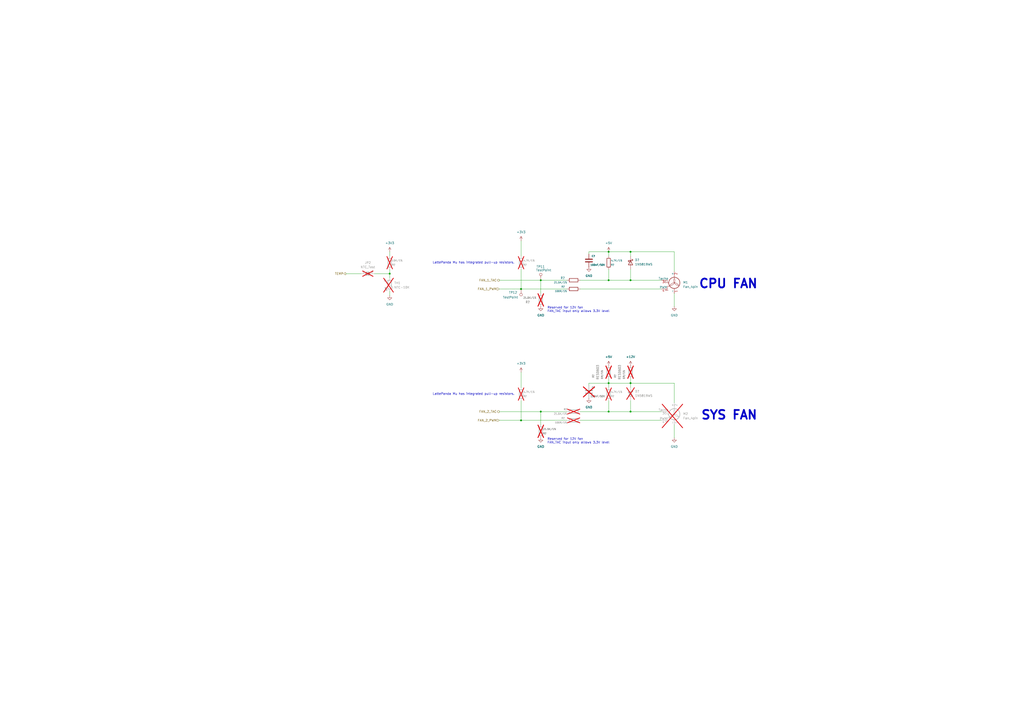
<source format=kicad_sch>
(kicad_sch (version 20231120) (generator "eeschema") (generator_version "8.0")
  (paper "A2")
  (title_block (title "Primer Carrier for LattePanda Mu") (date "2024-03-13") (rev "V1.0.0") (company "DFRobot"))
  (lib_symbols
    (symbol "Connector:TestPoint" (pin_numbers hide) (pin_names (offset 0.762) hide)
      (property "Reference" "TP" (at 0 6.858 0))
      (property "Value" "TestPoint" (at 0 5.08 0))
      (symbol "TestPoint_0_1"
        (circle (center 0 3.302) (radius 0.762))
      )
      (symbol "TestPoint_1_1"
        (pin passive line (at 0 0 90) (length 2.54) (name "1") (number "1"))
      )
    )
    (symbol "Device:C" (pin_numbers hide) (pin_names (offset 0.254))
      (property "Reference" "C" (at 0.635 2.54 0))
      (property "Value" "C" (at 0.635 -2.54 0))
      (symbol "C_0_1"
        (polyline (pts (xy -2.032 -0.762) (xy 2.032 -0.762)) (stroke (width 0.508)))
        (polyline (pts (xy -2.032 0.762) (xy 2.032 0.762)) (stroke (width 0.508)))
      )
      (symbol "C_1_1"
        (pin passive line (at 0 3.81 270) (length 2.794) (name "~") (number "1"))
        (pin passive line (at 0 -3.81 90) (length 2.794) (name "~") (number "2"))
      )
    )
    (symbol "Device:R" (pin_numbers hide) (pin_names (offset 0))
      (property "Reference" "R" (at 2.032 0 90))
      (property "Value" "R" (at 0 0 90))
      (symbol "R_0_1"
        (rectangle (start -1.016 -2.54) (end 1.016 2.54) (stroke (width 0.254)))
      )
      (symbol "R_1_1"
        (pin passive line (at 0 3.81 270) (length 1.27) (name "~") (number "1"))
        (pin passive line (at 0 -3.81 90) (length 1.27) (name "~") (number "2"))
      )
    )
    (symbol "Device:Thermistor_NTC" (pin_numbers hide) (pin_names (offset 0))
      (property "Reference" "TH" (at -4.445 0 90))
      (property "Value" "Thermistor_NTC" (at 3.175 0 90))
      (symbol "Thermistor_NTC_0_1"
        (arc (start -3.048 2.159) (mid -3.0495 2.3143) (end -3.175 2.413))
        (arc (start -3.048 2.159) (mid -2.9736 1.9794) (end -2.794 1.905))
        (arc (start -3.048 2.794) (mid -2.9736 2.6144) (end -2.794 2.54))
        (arc (start -2.794 1.905) (mid -2.6144 1.9794) (end -2.54 2.159))
        (arc (start -2.794 2.54) (mid -2.4393 2.5587) (end -2.159 2.794))
        (arc (start -2.794 3.048) (mid -2.9736 2.9736) (end -3.048 2.794))
        (arc (start -2.54 2.794) (mid -2.6144 2.9736) (end -2.794 3.048))
        (rectangle (start -1.016 2.54) (end 1.016 -2.54) (stroke (width 0.254)))
        (polyline (pts (xy -2.54 2.159) (xy -2.54 2.794)))
        (polyline (pts (xy -1.778 2.54) (xy -1.778 1.524) (xy 1.778 -1.524) (xy 1.778 -2.54)))
        (polyline (pts (xy -2.54 -3.683) (xy -2.54 -1.397) (xy -2.794 -2.159) (xy -2.286 -2.159) (xy -2.54 -1.397) (xy -2.54 -1.651)) (fill (type outline)))
        (polyline (pts (xy -1.778 -1.397) (xy -1.778 -3.683) (xy -2.032 -2.921) (xy -1.524 -2.921) (xy -1.778 -3.683) (xy -1.778 -3.429)) (fill (type outline)))
      )
      (symbol "Thermistor_NTC_1_1"
        (pin passive line (at 0 3.81 270) (length 1.27) (name "~") (number "1"))
        (pin passive line (at 0 -3.81 90) (length 1.27) (name "~") (number "2"))
      )
    )
    (symbol "Diode:1N5819WS" (pin_numbers hide) (pin_names (offset 1.016) hide)
      (property "Reference" "D" (at 0 2.54 0))
      (property "Value" "1N5819WS" (at 0 -2.54 0))
      (symbol "1N5819WS_0_1"
        (polyline (pts (xy 1.27 0) (xy -1.27 0)))
        (polyline (pts (xy 1.27 1.27) (xy 1.27 -1.27) (xy -1.27 0) (xy 1.27 1.27)) (stroke (width 0.254)))
        (polyline (pts (xy -1.905 0.635) (xy -1.905 1.27) (xy -1.27 1.27) (xy -1.27 -1.27) (xy -0.635 -1.27) (xy -0.635 -0.635)) (stroke (width 0.254)))
      )
      (symbol "1N5819WS_1_1"
        (pin passive line (at -3.81 0 0) (length 2.54) (name "K") (number "1"))
        (pin passive line (at 3.81 0 180) (length 2.54) (name "A") (number "2"))
      )
    )
    (symbol "Jumper:SolderJumper_2_Open" (pin_names (offset 0) hide)
      (property "Reference" "JP" (at 0 2.032 0))
      (property "Value" "SolderJumper_2_Open" (at 0 -2.54 0))
      (symbol "SolderJumper_2_Open_0_1"
        (arc (start -0.254 1.016) (mid -1.2656 0) (end -0.254 -1.016))
        (arc (start -0.254 1.016) (mid -1.2656 0) (end -0.254 -1.016) (fill (type outline)))
        (polyline (pts (xy -0.254 1.016) (xy -0.254 -1.016)))
        (polyline (pts (xy 0.254 1.016) (xy 0.254 -1.016)))
        (arc (start 0.254 -1.016) (mid 1.2656 0) (end 0.254 1.016))
        (arc (start 0.254 -1.016) (mid 1.2656 0) (end 0.254 1.016) (fill (type outline)))
      )
      (symbol "SolderJumper_2_Open_1_1"
        (pin passive line (at -3.81 0 0) (length 2.54) (name "A") (number "1"))
        (pin passive line (at 3.81 0 180) (length 2.54) (name "B") (number "2"))
      )
    )
    (symbol "Motor:Fan_4pin" (pin_names (offset 0))
      (property "Reference" "M" (at 2.54 5.08 0))
      (property "Value" "Fan_4pin" (at 2.54 -2.54 0))
      (symbol "Fan_4pin_0_0"
        (arc (start -5.588 1.524) (mid -5.08 1.0182) (end -4.572 1.524))
        (arc (start -5.08 2.032) (mid -5.4392 1.8832) (end -5.588 1.524))
        (polyline (pts (xy -5.08 2.032) (xy -5.334 2.159)))
        (polyline (pts (xy -5.08 2.032) (xy -5.207 1.778)))
        (polyline (pts (xy -4.064 2.54) (xy -4.064 1.016) (xy -3.302 1.016)))
      )
      (symbol "Fan_4pin_0_1"
        (arc (start -2.54 -0.508) (mid 0.0028 0.9121) (end 0 3.81))
        (polyline (pts (xy -4.064 2.54) (xy -5.08 2.54)))
        (polyline (pts (xy 0 -5.08) (xy 0 -4.572)))
        (polyline (pts (xy 0 -2.2352) (xy 0 -2.6416)))
        (polyline (pts (xy 0 4.2672) (xy 0 4.6228)))
        (polyline (pts (xy 0 4.572) (xy 0 5.08)))
        (polyline (pts (xy -2.54 -1.016) (xy -4.064 -1.016) (xy -4.064 -2.54) (xy -5.08 -2.54)))
        (polyline (pts (xy -5.334 -3.302) (xy -5.08 -3.302) (xy -5.08 -3.048) (xy -4.826 -3.048) (xy -4.826 -3.302) (xy -4.318 -3.302) (xy -4.318 -3.048) (xy -4.064 -3.048) (xy -4.064 -3.302) (xy -3.556 -3.302)))
        (circle (center 0 1.016) (radius 3.2512) (stroke (width 0.254)))
        (arc (start 0 3.81) (mid 0.053 0.921) (end 2.54 -0.508))
        (arc (start 2.54 -0.508) (mid 0 1.0618) (end -2.54 -0.508))
      )
      (symbol "Fan_4pin_1_1"
        (pin passive line (at 0 -5.08 90) (length 2.54) (name "-") (number "1"))
        (pin passive line (at 0 7.62 270) (length 2.54) (name "+") (number "2"))
        (pin passive line (at -7.62 2.54 0) (length 2.54) (name "Tacho") (number "3"))
        (pin input line (at -7.62 -2.54 0) (length 2.54) (name "PWM") (number "4"))
      )
    )
    (symbol "power:+12V" (power) (pin_numbers hide) (pin_names (offset 0) hide)
      (property "Value" "+12V" (at 0 3.556 0))
      (symbol "+12V_0_1"
        (polyline (pts (xy -0.762 1.27) (xy 0 2.54)))
        (polyline (pts (xy 0 0) (xy 0 2.54)))
        (polyline (pts (xy 0 2.54) (xy 0.762 1.27)))
      )
      (symbol "+12V_1_1"
        (pin power_in line (at 0 0 90) (length 0) (name "~") (number "1"))
      )
    )
    (symbol "power:+3V3" (power) (pin_numbers hide) (pin_names (offset 0) hide)
      (property "Value" "+3V3" (at 0 3.556 0))
      (symbol "+3V3_0_1"
        (polyline (pts (xy -0.762 1.27) (xy 0 2.54)))
        (polyline (pts (xy 0 0) (xy 0 2.54)))
        (polyline (pts (xy 0 2.54) (xy 0.762 1.27)))
      )
      (symbol "+3V3_1_1"
        (pin power_in line (at 0 0 90) (length 0) (name "~") (number "1"))
      )
    )
    (symbol "power:+5V" (power) (pin_numbers hide) (pin_names (offset 0) hide)
      (property "Value" "+5V" (at 0 3.556 0))
      (symbol "+5V_0_1"
        (polyline (pts (xy -0.762 1.27) (xy 0 2.54)))
        (polyline (pts (xy 0 0) (xy 0 2.54)))
        (polyline (pts (xy 0 2.54) (xy 0.762 1.27)))
      )
      (symbol "+5V_1_1"
        (pin power_in line (at 0 0 90) (length 0) (name "~") (number "1"))
      )
    )
    (symbol "power:GND" (power) (pin_numbers hide) (pin_names (offset 0) hide)
      (property "Value" "GND" (at 0 -3.81 0))
      (symbol "GND_0_1"
        (polyline (pts (xy 0 0) (xy 0 -1.27) (xy 1.27 -1.27) (xy 0 -2.54) (xy -1.27 -1.27) (xy 0 -1.27)))
      )
      (symbol "GND_1_1"
        (pin power_in line (at 0 0 270) (length 0) (name "~") (number "1"))
      )
    )
  )
  (junction (at 353.06 238.76))
  (junction (at 353.06 146.05))
  (junction (at 313.69 162.56))
  (junction (at 365.76 146.05))
  (junction (at 365.76 222.25))
  (junction (at 302.26 167.64))
  (junction (at 353.06 222.25))
  (junction (at 302.26 243.84))
  (junction (at 365.76 162.56))
  (junction (at 353.06 162.56))
  (junction (at 226.06 158.75))
  (junction (at 365.76 238.76))
  (junction (at 313.69 238.76))
  (wire (pts (xy 341.63 222.25) (xy 353.06 222.25)))
  (wire (pts (xy 226.06 146.05) (xy 226.06 148.59)))
  (wire (pts (xy 365.76 146.05) (xy 353.06 146.05)))
  (wire (pts (xy 336.55 162.56) (xy 353.06 162.56)))
  (wire (pts (xy 289.56 167.64) (xy 302.26 167.64)))
  (wire (pts (xy 353.06 238.76) (xy 365.76 238.76)))
  (wire (pts (xy 302.26 215.9) (xy 302.26 224.79)))
  (wire (pts (xy 302.26 167.64) (xy 328.93 167.64)))
  (wire (pts (xy 289.56 162.56) (xy 313.69 162.56)))
  (wire (pts (xy 313.69 238.76) (xy 313.69 246.38)))
  (wire (pts (xy 391.16 222.25) (xy 365.76 222.25)))
  (wire (pts (xy 365.76 224.79) (xy 365.76 222.25)))
  (wire (pts (xy 383.54 238.76) (xy 365.76 238.76)))
  (wire (pts (xy 302.26 243.84) (xy 328.93 243.84)))
  (wire (pts (xy 353.06 219.71) (xy 353.06 222.25)))
  (wire (pts (xy 391.16 170.18) (xy 391.16 177.8)))
  (wire (pts (xy 341.63 147.32) (xy 341.63 146.05)))
  (wire (pts (xy 353.06 146.05) (xy 353.06 148.59)))
  (wire (pts (xy 226.06 168.91) (xy 226.06 171.45)))
  (wire (pts (xy 336.55 238.76) (xy 353.06 238.76)))
  (wire (pts (xy 313.69 162.56) (xy 328.93 162.56)))
  (wire (pts (xy 200.66 158.75) (xy 209.55 158.75)))
  (wire (pts (xy 365.76 162.56) (xy 365.76 156.21)))
  (wire (pts (xy 365.76 238.76) (xy 365.76 232.41)))
  (wire (pts (xy 289.56 238.76) (xy 313.69 238.76)))
  (wire (pts (xy 226.06 156.21) (xy 226.06 158.75)))
  (wire (pts (xy 336.55 167.64) (xy 383.54 167.64)))
  (wire (pts (xy 365.76 222.25) (xy 353.06 222.25)))
  (wire (pts (xy 353.06 222.25) (xy 353.06 224.79)))
  (wire (pts (xy 313.69 162.56) (xy 313.69 170.18)))
  (wire (pts (xy 391.16 246.38) (xy 391.16 254)))
  (wire (pts (xy 341.63 223.52) (xy 341.63 222.25)))
  (wire (pts (xy 391.16 233.68) (xy 391.16 222.25)))
  (wire (pts (xy 391.16 146.05) (xy 365.76 146.05)))
  (wire (pts (xy 313.69 238.76) (xy 328.93 238.76)))
  (wire (pts (xy 302.26 139.7) (xy 302.26 148.59)))
  (wire (pts (xy 365.76 148.59) (xy 365.76 146.05)))
  (wire (pts (xy 353.06 232.41) (xy 353.06 238.76)))
  (wire (pts (xy 217.17 158.75) (xy 226.06 158.75)))
  (wire (pts (xy 391.16 157.48) (xy 391.16 146.05)))
  (wire (pts (xy 226.06 158.75) (xy 226.06 161.29)))
  (wire (pts (xy 302.26 156.21) (xy 302.26 167.64)))
  (wire (pts (xy 383.54 162.56) (xy 365.76 162.56)))
  (wire (pts (xy 289.56 243.84) (xy 302.26 243.84)))
  (wire (pts (xy 353.06 156.21) (xy 353.06 162.56)))
  (wire (pts (xy 353.06 162.56) (xy 365.76 162.56)))
  (wire (pts (xy 365.76 219.71) (xy 365.76 222.25)))
  (wire (pts (xy 341.63 146.05) (xy 353.06 146.05)))
  (wire (pts (xy 336.55 243.84) (xy 383.54 243.84)))
  (wire (pts (xy 302.26 232.41) (xy 302.26 243.84)))
  (text "CPU FAN" (at 405.13 167.64 0) (effects (font (size 5.08 5.08) (bold yes)) (justify left bottom)))
  (text "SYS FAN" (at 406.4 243.84 0) (effects (font (size 5.08 5.08) (bold yes)) (justify left bottom)))
  (text "Reserved for 12V fan\nFAN_TAC input only allows 3.3V level" (at 317.5 254 0) (effects (font (size 1.27 1.27)) (justify left top)))
  (text "LattePanda Mu has integrated pull-up resistors." (at 298.45 152.4 0) (effects (font (size 1.27 1.27)) (justify right)))
  (text "LattePanda Mu has integrated pull-up resistors." (at 298.45 228.6 0) (effects (font (size 1.27 1.27)) (justify right)))
  (text "Reserved for 12V fan\nFAN_TAC input only allows 3.3V level" (at 317.5 177.8 0) (effects (font (size 1.27 1.27)) (justify left top)))
  (hierarchical_label "FAN_1_TAC" (shape output) (at 289.56 162.56 180))
  (hierarchical_label "FAN_1_PWM" (shape input) (at 289.56 167.64 180))
  (hierarchical_label "TEMP" (shape output) (at 200.66 158.75 180))
  (hierarchical_label "FAN_2_PWM" (shape input) (at 289.56 243.84 180))
  (hierarchical_label "FAN_2_TAC" (shape output) (at 289.56 238.76 180))
  (symbol (lib_id "Device:R") (at 332.74 167.64 90) (unit 1)
    (property "Reference" "R?" (at 327.66 166.37 90) (effects (font (size 1 1)) (justify left)))
    (property "Value" "100R/1%" (at 328.93 168.91 90) (effects (font (size 1 1)) (justify left)))
    (property "Footprint" "A_HDJ_Library:R_0402_1005Metric" (effects (hide yes)))
    (property "DF_Comment" "贴片电阻0402-100R-1%" (effects (hide yes)))
  )
  (symbol (lib_id "Device:R") (at 332.74 243.84 90) (unit 1) (in_bom no) (on_board no) (dnp yes)
    (property "Reference" "R?" (at 327.66 242.57 90) (effects (font (size 1 1)) (justify left)))
    (property "Value" "100R/1%" (at 328.93 245.11 90) (effects (font (size 1 1)) (justify left)))
    (property "Footprint" "Resistor_SMD:R_0402_1005Metric" (effects (hide yes)))
    (property "DF_Comment" "贴片电阻0402-100R-1%" (effects (hide yes)))
  )
  (symbol (lib_id "Jumper:SolderJumper_2_Open") (at 213.36 158.75 0) (unit 1) (exclude_from_sim yes) (in_bom no) (on_board no) (dnp yes)
    (property "Reference" "JP2" (at 213.36 152.4 0))
    (property "Value" "NTC_Test" (at 213.36 154.94 0))
    (property "Footprint" "Jumper:SolderJumper-2_P1.3mm_Open_RoundedPad1.0x1.5mm" (effects (hide yes)))
  )
  (symbol (lib_id "Device:R") (at 313.69 173.99 0) (unit 1) (in_bom no) (dnp yes)
    (property "Reference" "R?" (at 306.07 175.26 0))
    (property "Value" "21.5K/1%" (at 307.34 172.72 0) (effects (font (size 1 1))))
    (property "Footprint" "Resistor_SMD:R_0402_1005Metric" (effects (hide yes)))
    (property "DF_Comment" "贴片电阻0402-21.5K-1%" (effects (hide yes)))
  )
  (symbol (lib_id "Device:R") (at 365.76 215.9 180) (unit 1) (in_bom no) (on_board no) (dnp yes)
    (property "Reference" "R?" (at 356.87 217.17 90) (effects (font (size 1 1)) (justify left)))
    (property "Value" "0R/1%" (at 361.95 214.63 90) (effects (font (size 1 1)) (justify left)))
    (property "Footprint" "RES0603" (at 359.41 215.9 90))
    (property "DF_Comment" "贴片电阻0603-0R-5%(0603-1.6*0.8*0.4)" (effects (hide yes)))
  )
  (symbol (lib_id "Device:Thermistor_NTC") (at 226.06 165.1 0) (unit 1) (in_bom no) (on_board no) (dnp yes)
    (property "Reference" "TH1" (at 228.6 164.1475 0) (effects (justify left)))
    (property "Value" "NTC-10K" (at 228.6 166.6875 0) (effects (justify left)))
    (property "Footprint" "Resistor_SMD:R_0603_1608Metric" (effects (hide yes)))
    (property "DF_Comment" "贴片热敏电阻0603-NCP18XH103F03RB-10K" (effects (hide yes)))
  )
  (symbol (lib_id "Device:C") (at 341.63 151.13 0) (unit 1)
    (property "Reference" "C?" (at 344.17 148.59 0) (effects (font (size 1 1))))
    (property "Value" "100nF/50V" (at 346.71 153.67 0) (effects (font (size 1 1))))
    (property "Footprint" "A_HDJ_Library:C_0402_1005Metric" (effects (hide yes)))
    (property "DF_Comment" "贴片电容0402-100nF-50V-X7R_CC0402KRX7R9BB104" (effects (hide yes)))
    (property "SCH_Show_Footprint" "C0402" (effects (hide yes)))
  )
  (symbol (lib_id "power:GND") (at 341.63 231.14 0) (unit 1)
    (property "Reference" "#PWR0117" (effects (hide yes)))
    (property "Value" "GND" (at 341.63 236.22 0))
  )
  (symbol (lib_id "Connector:TestPoint") (at 302.26 167.64 180) (unit 1) (in_bom no)
    (property "Reference" "TP12" (at 295.148 169.672 0) (effects (justify right)))
    (property "Value" "TestPoint" (at 291.592 172.466 0) (effects (justify right)))
    (property "Footprint" "A_HDJ_Library:TestPoint_Pad_D1.5mm" (effects (hide yes)))
    (property "Description" "test point" (effects (hide yes)))
  )
  (symbol (lib_id "Motor:Fan_4pin") (at 391.16 241.3 0) (unit 1) (in_bom no) (on_board no) (dnp yes)
    (property "Reference" "M2" (at 396.24 240.03 0) (effects (justify left)))
    (property "Value" "Fan_4pin" (at 396.24 242.57 0) (effects (justify left)))
    (property "Footprint" "Connector_JST:JST_PH_B4B-PH-K_1x04_P2.00mm_Vertical" (effects (hide yes)))
    (property "Datasheet" "http://www.formfactors.org/developer%5Cspecs%5Crev1_2_public.pdf" (effects (hide yes)))
    (property "Buy_Link" "https://item.szlcsc.com/255571.html" (effects (hide yes)))
    (property "DF_Comment" "JST-B4B-PH-K(LF)(SN)" (effects (hide yes)))
  )
  (symbol (lib_id "power:GND") (at 391.16 177.8 0) (unit 1)
    (property "Reference" "#PWR0123" (effects (hide yes)))
    (property "Value" "GND" (at 391.16 182.88 0))
  )
  (symbol (lib_id "Diode:1N5819WS") (at 365.76 228.6 270) (unit 1) (in_bom no) (on_board no) (dnp yes)
    (property "Reference" "D?" (at 368.3 227.0125 90) (effects (justify left)))
    (property "Value" "1N5819WS" (at 368.3 229.5525 90) (effects (justify left)))
    (property "Footprint" "Diode_SMD:D_SOD-323" (effects (hide yes)))
    (property "Datasheet" "https://datasheet.lcsc.com/lcsc/2204281430_Guangdong-Hottech-1N5819WS_C191023.pdf" (effects (hide yes)))
    (property "DF_Comment" "二极管-1N5819W-SOD323备选型号:B5819WS、JSPD140A" (effects (hide yes)))
    (property "SCH_Show_Footprint" "SOD-323" (effects (hide yes)))
  )
  (symbol (lib_id "power:+5V") (at 353.06 146.05 0) (unit 1)
    (property "Reference" "#PWR0118" (effects (hide yes)))
    (property "Value" "+5V" (at 353.06 140.97 0))
  )
  (symbol (lib_id "power:GND") (at 313.69 177.8 0) (unit 1)
    (property "Reference" "#PWR0114" (effects (hide yes)))
    (property "Value" "GND" (at 313.69 182.88 0))
  )
  (symbol (lib_id "Device:C") (at 341.63 227.33 0) (unit 1) (in_bom no) (on_board no) (dnp yes)
    (property "Reference" "C?" (at 344.17 224.79 0) (effects (font (size 1 1))))
    (property "Value" "100nF/50V" (at 346.71 229.87 0) (effects (font (size 1 1))))
    (property "Footprint" "Capacitor_SMD:C_0402_1005Metric" (effects (hide yes)))
    (property "DF_Comment" "贴片电容0402-100nF-50V-X7R_CC0402KRX7R9BB104" (effects (hide yes)))
    (property "SCH_Show_Footprint" "C0402" (effects (hide yes)))
  )
  (symbol (lib_id "power:+12V") (at 365.76 212.09 0) (unit 1)
    (property "Reference" "#PWR0121" (effects (hide yes)))
    (property "Value" "+12V" (at 365.76 207.01 0))
  )
  (symbol (lib_id "Device:R") (at 302.26 152.4 0) (unit 1) (in_bom no) (dnp yes)
    (property "Reference" "R?" (at 303.53 153.67 0) (effects (font (size 1 1)) (justify left)))
    (property "Value" "4.7K/1%" (at 303.53 151.13 0) (effects (font (size 1 1)) (justify left)))
    (property "Footprint" "Resistor_SMD:R_0402_1005Metric" (effects (hide yes)))
    (property "DF_Comment" "贴片电阻0402-4.7K-1%" (effects (hide yes)))
  )
  (symbol (lib_id "Device:R") (at 332.74 238.76 90) (unit 1) (in_bom no) (on_board no) (dnp yes)
    (property "Reference" "R?" (at 328.93 237.49 90) (effects (font (size 1 1)) (justify left)))
    (property "Value" "21.5K/1%" (at 328.93 240.03 90) (effects (font (size 1 1)) (justify left)))
    (property "Footprint" "Resistor_SMD:R_0402_1005Metric" (effects (hide yes)))
    (property "DF_Comment" "贴片电阻0402-21.5K-1%" (effects (hide yes)))
  )
  (symbol (lib_id "power:GND") (at 391.16 254 0) (unit 1)
    (property "Reference" "#PWR0125" (effects (hide yes)))
    (property "Value" "GND" (at 391.16 259.08 0))
  )
  (symbol (lib_id "Motor:Fan_4pin") (at 391.16 165.1 0) (unit 1)
    (property "Reference" "M1" (at 396.24 163.83 0) (effects (justify left)))
    (property "Value" "Fan_4pin" (at 396.24 166.37 0) (effects (justify left)))
    (property "Footprint" "A_HDJ_Library:JST_PH_B4B-PH-K_1x04_P2.00mm_Vertical" (effects (hide yes)))
    (property "Datasheet" "http://www.formfactors.org/developer%5Cspecs%5Crev1_2_public.pdf" (effects (hide yes)))
    (property "Buy_Link" "https://item.szlcsc.com/255571.html" (effects (hide yes)))
    (property "DF_Comment" "JST-B4B-PH-K(LF)(SN)" (effects (hide yes)))
  )
  (symbol (lib_id "power:GND") (at 313.69 254 0) (unit 1)
    (property "Reference" "#PWR0115" (effects (hide yes)))
    (property "Value" "GND" (at 313.69 259.08 0))
  )
  (symbol (lib_id "Device:R") (at 302.26 228.6 0) (unit 1) (in_bom no) (on_board no) (dnp yes)
    (property "Reference" "R?" (at 303.53 229.87 0) (effects (font (size 1 1)) (justify left)))
    (property "Value" "4.7K/1%" (at 303.53 227.33 0) (effects (font (size 1 1)) (justify left)))
    (property "Footprint" "Resistor_SMD:R_0402_1005Metric" (effects (hide yes)))
    (property "DF_Comment" "贴片电阻0402-4.7K-1%" (effects (hide yes)))
  )
  (symbol (lib_id "Device:R") (at 332.74 162.56 270) (unit 1)
    (property "Reference" "R?" (at 326.39 161.29 90))
    (property "Value" "21.5K/1%" (at 325.12 163.83 90) (effects (font (size 1 1))))
    (property "Footprint" "A_HDJ_Library:R_0402_1005Metric" (effects (hide yes)))
    (property "DF_Comment" "贴片电阻0402-21.5K-1%" (effects (hide yes)))
  )
  (symbol (lib_id "power:+3V3") (at 226.06 146.05 0) (unit 1)
    (property "Reference" "#PWR0113" (effects (hide yes)))
    (property "Value" "+3V3" (at 226.06 140.97 0))
  )
  (symbol (lib_id "power:GND") (at 341.63 154.94 0) (unit 1)
    (property "Reference" "#PWR0116" (effects (hide yes)))
    (property "Value" "GND" (at 341.63 160.02 0))
  )
  (symbol (lib_id "Device:R") (at 226.06 152.4 0) (unit 1) (in_bom no) (on_board no) (dnp yes)
    (property "Reference" "R?" (at 227.33 153.67 0) (effects (font (size 1 1)) (justify left)))
    (property "Value" "10K/1%" (at 227.33 151.13 0) (effects (font (size 1 1)) (justify left)))
    (property "Footprint" "Resistor_SMD:R_0402_1005Metric" (effects (hide yes)))
    (property "DF_Comment" "贴片电阻0402-10K-1%" (effects (hide yes)))
  )
  (symbol (lib_id "Device:R") (at 313.69 250.19 0) (unit 1) (in_bom no) (on_board no) (dnp yes)
    (property "Reference" "R?" (at 314.96 251.46 0) (effects (font (size 1 1)) (justify left)))
    (property "Value" "21.5K/1%" (at 314.96 248.92 0) (effects (font (size 1 1)) (justify left)))
    (property "Footprint" "Resistor_SMD:R_0402_1005Metric" (effects (hide yes)))
    (property "DF_Comment" "贴片电阻0402-21.5K-1%" (effects (hide yes)))
  )
  (symbol (lib_id "power:+3V3") (at 302.26 139.7 0) (unit 1)
    (property "Reference" "#PWR0110" (effects (hide yes)))
    (property "Value" "+3V3" (at 302.26 134.62 0))
  )
  (symbol (lib_id "Diode:1N5819WS") (at 365.76 152.4 270) (unit 1)
    (property "Reference" "D?" (at 368.3 150.8125 90) (effects (justify left)))
    (property "Value" "1N5819WS" (at 368.3 153.3525 90) (effects (justify left)))
    (property "Footprint" "A_HDJ_Library:D_SOD-323" (effects (hide yes)))
    (property "Datasheet" "https://datasheet.lcsc.com/lcsc/2204281430_Guangdong-Hottech-1N5819WS_C191023.pdf" (effects (hide yes)))
    (property "DF_Comment" "二极管-1N5819W-SOD323备选型号:B5819WS、JSPD140A" (effects (hide yes)))
    (property "SCH_Show_Footprint" "SOD-323" (effects (hide yes)))
  )
  (symbol (lib_id "power:+3V3") (at 302.26 215.9 0) (unit 1)
    (property "Reference" "#PWR0112" (effects (hide yes)))
    (property "Value" "+3V3" (at 302.26 210.82 0))
  )
  (symbol (lib_id "Device:R") (at 353.06 228.6 0) (unit 1) (in_bom no) (on_board no) (dnp yes)
    (property "Reference" "R?" (at 354.33 229.87 0) (effects (font (size 1 1)) (justify left)))
    (property "Value" "4.7K/1%" (at 354.33 227.33 0) (effects (font (size 1 1)) (justify left)))
    (property "Footprint" "Resistor_SMD:R_0402_1005Metric" (effects (hide yes)))
    (property "DF_Comment" "贴片电阻0402-4.7K-1%" (effects (hide yes)))
  )
  (symbol (lib_id "Device:R") (at 353.06 152.4 0) (unit 1)
    (property "Reference" "R?" (at 354.33 153.67 0) (effects (font (size 1 1)) (justify left)))
    (property "Value" "4.7K/1%" (at 354.33 151.13 0) (effects (font (size 1 1)) (justify left)))
    (property "Footprint" "A_HDJ_Library:R_0402_1005Metric" (effects (hide yes)))
    (property "DF_Comment" "贴片电阻0402-4.7K-1%" (effects (hide yes)))
  )
  (symbol (lib_id "Device:R") (at 353.06 215.9 180) (unit 1) (in_bom no) (on_board no) (dnp yes)
    (property "Reference" "R?" (at 344.17 217.17 90) (effects (font (size 1 1)) (justify left)))
    (property "Value" "0R/1%" (at 349.25 214.63 90) (effects (font (size 1 1)) (justify left)))
    (property "Footprint" "RES0603" (at 346.71 215.9 90))
    (property "DF_Comment" "贴片电阻0603-0R-5%(0603-1.6*0.8*0.4)" (effects (hide yes)))
  )
  (symbol (lib_id "Connector:TestPoint") (at 313.69 162.56 0) (unit 1) (in_bom no)
    (property "Reference" "TP11" (at 311.15 154.686 0) (effects (justify left)))
    (property "Value" "TestPoint" (at 310.896 156.718 0) (effects (justify left)))
    (property "Footprint" "A_HDJ_Library:TestPoint_Pad_D1.5mm" (effects (hide yes)))
    (property "Description" "test point" (effects (hide yes)))
  )
  (symbol (lib_id "power:GND") (at 226.06 171.45 0) (unit 1)
    (property "Reference" "#PWR0111" (effects (hide yes)))
    (property "Value" "GND" (at 226.06 176.53 0))
  )
  (symbol (lib_id "power:+5V") (at 353.06 212.09 0) (unit 1)
    (property "Reference" "#PWR0119" (effects (hide yes)))
    (property "Value" "+5V" (at 353.06 207.01 0))
  )
)
</source>
